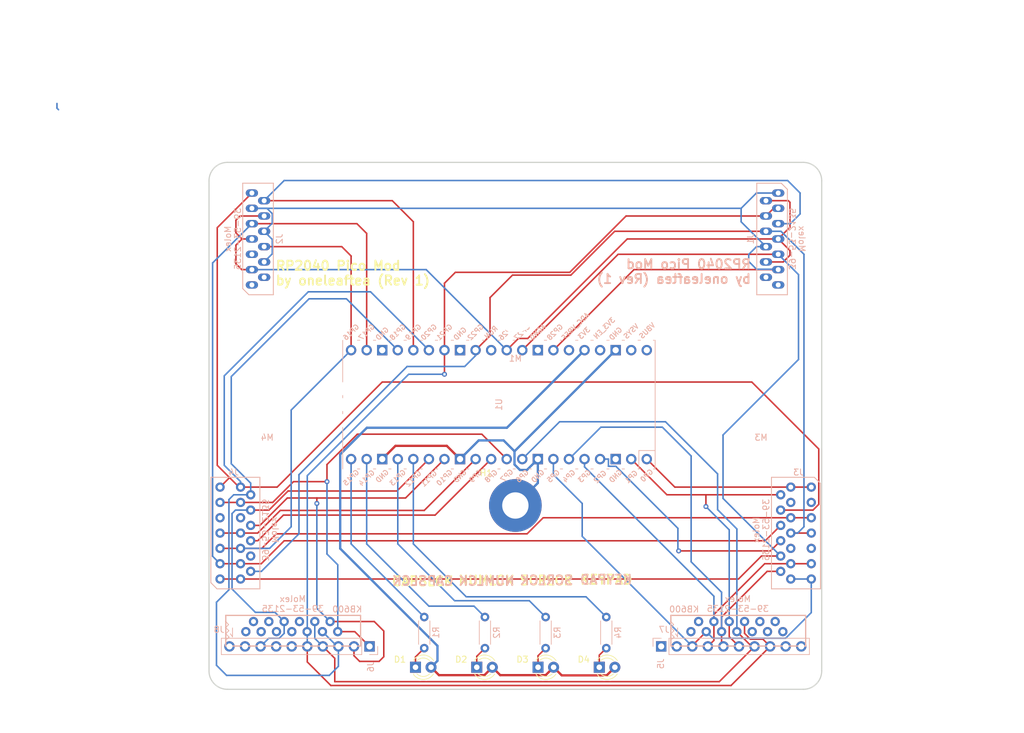
<source format=kicad_pcb>
(kicad_pcb (version 20241229) (generator "pcbnew") (generator_version "9.0")
  (layers (0 "F.Cu" signal) (2 "B.Cu" signal) (13 "F.Paste" user) (15 "B.Paste" user) (5 "F.SilkS" user "F.Silkscreen") (7 "B.SilkS" user "B.Silkscreen") (1 "F.Mask" user) (3 "B.Mask" user) (25 "Edge.Cuts" user))
  (net 0 "")
  (net 1 "Net-(D1-K)")
  (net 2 "/3V3")
  (net 3 "Net-(D2-K)")
  (net 4 "Net-(D3-K)")
  (net 5 "Net-(D4-K)")
  (net 8 "/ROW_F1")
  (net 9 "/ROW_F2")
  (net 10 "/COL_4")
  (net 11 "/COL_3")
  (net 12 "/ROW_ESC")
  (net 13 "/COL_5")
  (net 14 "/COL_0")
  (net 15 "/COL_2")
  (net 16 "/COL_1")
  (net 20 "/ROW_6")
  (net 21 "/ROW_8")
  (net 22 "/ROW_7")
  (net 24 "/ROW_MIN")
  (net 26 "/ROW_9")
  (net 27 "/ROW_0")
  (net 28 "/ROW_5")
  (net 29 "/ROW_4")
  (net 30 "/ROW_3")
  (net 32 "/ROW_2")
  (net 33 "/ROW_1")
  (net 34 "/ROW_EQL")
  (net 38 "/COL_6")
  (net 42 "GND")
  (net 46 "/LED_CAPS_LOCK")
  (net 47 "/LED_NUM_LOCK")
  (net 48 "/LED_SCROLL_LOCK")
  (net 49 "/LED_KEYPAD")
  (footprint "LED_THT:LED_D3.0mm" (layer "F.Cu") (at 133.7 132.4)
    (property "Reference" "D1")
    (property "Value" "LED_ALT")
  )
  (footprint "LED_THT:LED_D3.0mm" (layer "F.Cu") (at 143.7 132.4)
    (property "Reference" "D2")
    (property "Value" "LED_ALT")
  )
  (footprint "LED_THT:LED_D3.0mm" (layer "F.Cu") (at 153.7 132.4)
    (property "Reference" "D3")
    (property "Value" "LED_ALT")
  )
  (footprint "LED_THT:LED_D3.0mm" (layer "F.Cu") (at 163.7 132.4)
    (property "Reference" "D4")
    (property "Value" "LED_ALT")
  )
  (footprint "MountingHole:MountingHole_4.3mm_M4_Pad" (layer "F.Cu") (at 150 106)
    (property "Reference" "H1")
    (property "Value" "mounting pad")
  )
  (footprint "kinesisMod_board_connectors:Molex_0039532135" (layer "B.Cu") (at 191.9 62.5 -90)
    (property "Reference" "J1")
    (property "Value" "Conn_01x13")
  )
  (footprint "kinesisMod_board_connectors:Molex_0039532135" (layer "B.Cu") (at 108 62.5 90)
    (property "Reference" "J2")
    (property "Value" "Conn_01x13")
  )
  (footprint "kinesisMod_board_connectors:Molex_039532134" (layer "B.Cu") (at 195.8 110.5 -90)
    (property "Reference" "J3")
    (property "Value" "Conn_01x13")
  )
  (footprint "kinesisMod_board_connectors:Molex_039532134" (layer "B.Cu") (at 104.3 110.5 90)
    (property "Reference" "J4")
    (property "Value" "Conn_01x13")
  )
  (footprint "Pin_Headers:Pin_Header_Straight_1x10_Pitch2.54mm" (layer "B.Cu") (at 173.8 129 -90)
    (property "Reference" "J5" (hide yes))
    (property "Value" "Conn_01x10")
  )
  (footprint "Pin_Headers:Pin_Header_Straight_1x10_Pitch2.54mm" (layer "B.Cu") (at 126.2 129 90)
    (property "Reference" "J6")
    (property "Value" "Conn_01x10")
  )
  (footprint "Kinesis_Custom:Kinesis_Locating_6.5mm" (layer "B.Cu") (at 150 74.5)
    (property "Reference" "M1")
    (property "Value" "MountingHole")
  )
  (footprint "Kinesis_Custom:Kinesis_Notch" (layer "B.Cu") (at 109.7 97.6)
    (property "Reference" "M4")
    (property "Value" "MountingHole")
  )
  (footprint "Kinesis_Custom:Kinesis_Notch" (layer "B.Cu") (at 190.3 97.6)
    (property "Reference" "M3")
    (property "Value" "MountingHole")
  )
  (footprint "Resistor_THT:R_Axial_DIN0204_L3.6mm_D1.6mm_P5.08mm_Horizontal" (layer "B.Cu") (at 154.94 129.286 90)
    (property "Reference" "R3")
    (property "Value" "R_US")
  )
  (footprint "kinesisMod_board_connectors:Molex_039532135_Squished" (layer "B.Cu") (at 186.157 126.59)
    (property "Reference" "J7")
    (property "Value" "Conn_01x13" (hide yes))
  )
  (footprint "kinesisMod_board_connectors:Molex_039532135_Squished" (layer "B.Cu") (at 113.513 126.59)
    (property "Reference" "J8")
    (property "Value" "Conn_01x13" (hide yes))
  )
  (footprint "Resistor_THT:R_Axial_DIN0204_L3.6mm_D1.6mm_P5.08mm_Horizontal" (layer "B.Cu") (at 145.034 129.286 90)
    (property "Reference" "R2")
    (property "Value" "R_US")
  )
  (footprint "MCU_RP2040_Pico:RPi_Pico_TH" (layer "B.Cu") (at 147.32 89.535 90)
    (property "Reference" "U1")
    (property "Value" "RP2040 Pico")
  )
  (footprint "Resistor_THT:R_Axial_DIN0204_L3.6mm_D1.6mm_P5.08mm_Horizontal" (layer "B.Cu") (at 135.128 129.286 90)
    (property "Reference" "R1")
    (property "Value" "R_US")
  )
  (footprint "Resistor_THT:R_Axial_DIN0204_L3.6mm_D1.6mm_P5.08mm_Horizontal" (layer "B.Cu") (at 164.84 129.286 90)
    (property "Reference" "R4")
    (property "Value" "R_US")
  )
  (gr_arc (start 103 136) (mid 100.87868 135.12132) (end 100 133) (stroke (width 0.2)) (layer "Edge.Cuts"))
  (gr_arc (start 197 50) (mid 199.12132 50.87868) (end 200 53) (stroke (width 0.2)) (layer "Edge.Cuts"))
  (gr_arc (start 200 133) (mid 199.12132 135.12132) (end 197 136) (stroke (width 0.2)) (layer "Edge.Cuts"))
  (gr_arc (start 100 53) (mid 100.87868 50.87868) (end 103 50) (stroke (width 0.2)) (layer "Edge.Cuts"))
  (gr_line (start 103 136) (end 197 136) (stroke (width 0.2)) (layer "Edge.Cuts"))
  (gr_line (start 197 50) (end 103 50) (stroke (width 0.2)) (layer "Edge.Cuts"))
  (gr_line (start 200 133) (end 200 53) (stroke (width 0.2)) (layer "Edge.Cuts"))
  (gr_line (start 100 133) (end 100 53) (stroke (width 0.2)) (layer "Edge.Cuts"))
  (gr_text "RP2040 Pico Mod\nby oneleaftea (Rev 1)" (at 110.744 68.072 0) (layer "F.SilkS") (effects (font (size 1.5 1.5) (thickness 0.3)) (justify left)))
  (gr_text "CAPSLCK" (at 134.874 118.364 0) (layer "F.SilkS") (effects (font (size 1.5 1.5) (thickness 0.3))))
  (gr_text "KEYPAD" (at 164.846 118.11 0) (layer "F.SilkS") (effects (font (size 1.5 1.5) (thickness 0.3))))
  (gr_text "SCRLCK" (at 155.067 118.237 0) (layer "F.SilkS") (effects (font (size 1.5 1.5) (thickness 0.3))))
  (gr_text "NUMLCK" (at 145.288 118.237 0) (layer "F.SilkS") (effects (font (size 1.5 1.5) (thickness 0.3))))
  (gr_text "Molex\n39-53-2135" (at 190.119 109.982 90) (layer "B.SilkS") (effects (font (size 1 1)) (justify mirror)))
  (gr_text "KB600" (at 177.546 122.936 0) (layer "B.SilkS") (effects (font (size 1 1)) (justify mirror)))
  (gr_text "Molex\n39-53-2135" (at 103.886 62.484 90) (layer "B.SilkS") (effects (font (size 1 1)) (justify mirror)))
  (gr_text "NUMLCK" (at 145.3 118.31 0) (layer "B.SilkS") (effects (font (size 1.5 1.5) (thickness 0.3)) (justify mirror)))
  (gr_text "Molex\n39-53-2135" (at 113.665 122.047 0) (layer "B.SilkS") (effects (font (size 1 1)) (justify mirror)))
  (gr_text "Molex\n39-53-2135" (at 186.309 122.047 0) (layer "B.SilkS") (effects (font (size 1 1)) (justify mirror)))
  (gr_text "KEYPAD" (at 164.8 118.11 0) (layer "B.SilkS") (effects (font (size 1.5 1.5) (thickness 0.3)) (justify mirror)))
  (gr_text "RP2040 Pico Mod\nby oneleaftea (Rev 1)" (at 188.6 67.818 0) (layer "B.SilkS") (effects (font (size 1.5 1.5) (thickness 0.3)) (justify left mirror)))
  (gr_text "Molex\n39-53-2135" (at 109.982 109.982 270) (layer "B.SilkS") (effects (font (size 1 1)) (justify mirror)))
  (gr_text "KB600" (at 122.555 122.936 0) (layer "B.SilkS") (effects (font (size 1 1)) (justify mirror)))
  (gr_text "Molex\n39-53-2135" (at 195.961 62.484 270) (layer "B.SilkS") (effects (font (size 1 1)) (justify mirror)))
  (gr_text "CAPSLCK" (at 134.9 118.31 0) (layer "B.SilkS") (effects (font (size 1.5 1.5) (thickness 0.3)) (justify mirror)))
  (gr_text "SCRLCK" (at 155.1 118.21 0) (layer "B.SilkS") (effects (font (size 1.5 1.5) (thickness 0.3)) (justify mirror)))
  (segment (start 75.184 41.148) (end 75.438 41.402) (width 0.25) (layer "B.Cu") (net 0))
  (segment (start 75.184 40.386) (end 75.184 41.148) (width 0.25) (layer "B.Cu") (net 0))
  (segment (start 133.7 132.4) (end 133.7 130.714) (width 0.25) (layer "F.Cu") (net 1))
  (segment (start 133.7 130.714) (end 135.128 129.286) (width 0.25) (layer "F.Cu") (net 1))
  (segment (start 166.24 132.4) (end 164.9145 133.7255) (width 0.375) (layer "F.Cu") (net 2))
  (segment (start 157.5655 133.7255) (end 156.24 132.4) (width 0.375) (layer "F.Cu") (net 2))
  (segment (start 154.9515 133.6885) (end 156.24 132.4) (width 0.375) (layer "F.Cu") (net 2))
  (segment (start 146.24 132.4) (end 144.9515 133.6885) (width 0.375) (layer "F.Cu") (net 2))
  (segment (start 137.5285 133.6885) (end 136.24 132.4) (width 0.375) (layer "F.Cu") (net 2))
  (segment (start 144.9515 133.6885) (end 137.5285 133.6885) (width 0.375) (layer "F.Cu") (net 2))
  (segment (start 147.5285 133.6885) (end 154.9515 133.6885) (width 0.375) (layer "F.Cu") (net 2))
  (segment (start 146.24 132.4) (end 147.5285 133.6885) (width 0.375) (layer "F.Cu") (net 2))
  (segment (start 164.9145 133.7255) (end 157.5655 133.7255) (width 0.375) (layer "F.Cu") (net 2))
  (segment (start 137.287 128.905) (end 121.412 113.03) (width 0.375) (layer "B.Cu") (net 2))
  (segment (start 125.7615 93.3135) (end 148.6215 93.3135) (width 0.375) (layer "B.Cu") (net 2))
  (segment (start 121.412 97.663) (end 125.7615 93.3135) (width 0.375) (layer "B.Cu") (net 2))
  (segment (start 137.287 131.353) (end 137.287 128.905) (width 0.375) (layer "B.Cu") (net 2))
  (segment (start 136.24 132.4) (end 137.287 131.353) (width 0.375) (layer "B.Cu") (net 2))
  (segment (start 121.412 113.03) (end 121.412 97.663) (width 0.375) (layer "B.Cu") (net 2))
  (segment (start 148.6215 93.3135) (end 161.29 80.645) (width 0.375) (layer "B.Cu") (net 2))
  (segment (start 143.7 132.4) (end 143.7 130.62) (width 0.25) (layer "F.Cu") (net 3))
  (segment (start 143.7 130.62) (end 145.034 129.286) (width 0.25) (layer "F.Cu") (net 3))
  (segment (start 153.7 132.4) (end 153.7 130.526) (width 0.25) (layer "F.Cu") (net 4))
  (segment (start 153.7 130.526) (end 154.94 129.286) (width 0.25) (layer "F.Cu") (net 4))
  (segment (start 163.7 130.426) (end 164.84 129.286) (width 0.25) (layer "F.Cu") (net 5))
  (segment (start 163.7 132.4) (end 163.7 130.426) (width 0.25) (layer "F.Cu") (net 5))
  (segment (start 156.21 80.645) (end 169.355 67.5) (width 0.25) (layer "F.Cu") (net 8))
  (segment (start 169.355 67.5) (end 192.9 67.5) (width 0.25) (layer "F.Cu") (net 8))
  (segment (start 186.848 57.5) (end 189.357 54.991) (width 0.25) (layer "B.Cu") (net 8))
  (segment (start 188.087 65.024) (end 189.361 63.75) (width 0.25) (layer "B.Cu") (net 8))
  (segment (start 189.357 54.991) (end 189.366 55) (width 0.25) (layer "B.Cu") (net 8))
  (segment (start 110.326 62.576) (end 110.326 64.924) (width 0.25) (layer "B.Cu") (net 8))
  (segment (start 189.357 67.437) (end 188.087 66.167) (width 0.25) (layer "B.Cu") (net 8))
  (segment (start 192.837 67.437) (end 189.357 67.437) (width 0.25) (layer "B.Cu") (net 8))
  (segment (start 110.326 59.924) (end 109 61.25) (width 0.25) (layer "B.Cu") (net 8))
  (segment (start 186.848 57.5) (end 186.848 59.698) (width 0.25) (layer "B.Cu") (net 8))
  (segment (start 188.087 66.167) (end 188.087 65.024) (width 0.25) (layer "B.Cu") (net 8))
  (segment (start 186.848 59.698) (end 190.9 63.75) (width 0.25) (layer "B.Cu") (net 8))
  (segment (start 192.9 67.5) (end 192.837 67.437) (width 0.25) (layer "B.Cu") (net 8))
  (segment (start 189.361 63.75) (end 190.9 63.75) (width 0.25) (layer "B.Cu") (net 8))
  (segment (start 110.326 64.924) (end 109 66.25) (width 0.25) (layer "B.Cu") (net 8))
  (segment (start 107 57.5) (end 186.848 57.5) (width 0.25) (layer "B.Cu") (net 8))
  (segment (start 109.459562 57.5) (end 110.326 58.366438) (width 0.25) (layer "B.Cu") (net 8))
  (segment (start 109 61.25) (end 110.326 62.576) (width 0.25) (layer "B.Cu") (net 8))
  (segment (start 107 57.5) (end 109.459562 57.5) (width 0.25) (layer "B.Cu") (net 8))
  (segment (start 189.366 55) (end 192.9 55) (width 0.25) (layer "B.Cu") (net 8))
  (segment (start 110.326 58.366438) (end 110.326 59.924) (width 0.25) (layer "B.Cu") (net 8))
  (segment (start 107 62.5) (end 105.394 62.5) (width 0.25) (layer "F.Cu") (net 9))
  (segment (start 190.9 56.25) (end 194.553 56.25) (width 0.25) (layer "F.Cu") (net 9))
  (segment (start 105.394 62.5) (end 104.394 63.5) (width 0.25) (layer "F.Cu") (net 9))
  (segment (start 168.259 62.5) (end 152.019 78.74) (width 0.25) (layer "F.Cu") (net 9))
  (segment (start 194.818 64.389) (end 194.818 65.151) (width 0.25) (layer "F.Cu") (net 9))
  (segment (start 104.394 61.5) (end 105.394 62.5) (width 0.25) (layer "F.Cu") (net 9))
  (segment (start 150.495 78.74) (end 148.59 80.645) (width 0.25) (layer "F.Cu") (net 9))
  (segment (start 104.394 63.5) (end 104.394 66.548) (width 0.25) (layer "F.Cu") (net 9))
  (segment (start 192.9 62.5) (end 192.929 62.5) (width 0.25) (layer "F.Cu") (net 9))
  (segment (start 104.394 66.548) (end 105.346 67.5) (width 0.25) (layer "F.Cu") (net 9))
  (segment (start 105.346 67.5) (end 107 67.5) (width 0.25) (layer "F.Cu") (net 9))
  (segment (start 194.553 56.25) (end 194.818 56.515) (width 0.25) (layer "F.Cu") (net 9))
  (segment (start 105.08 58.75) (end 104.394 59.436) (width 0.25) (layer "F.Cu") (net 9))
  (segment (start 192.929 62.5) (end 194.818 64.389) (width 0.25) (layer "F.Cu") (net 9))
  (segment (start 152.019 78.74) (end 150.495 78.74) (width 0.25) (layer "F.Cu") (net 9))
  (segment (start 194.818 56.515) (end 194.818 60.582) (width 0.25) (layer "F.Cu") (net 9))
  (segment (start 194.818 60.582) (end 192.9 62.5) (width 0.25) (layer "F.Cu") (net 9))
  (segment (start 104.394 59.436) (end 104.394 61.5) (width 0.25) (layer "F.Cu") (net 9))
  (segment (start 194.818 65.151) (end 193.719 66.25) (width 0.25) (layer "F.Cu") (net 9))
  (segment (start 193.719 66.25) (end 190.9 66.25) (width 0.25) (layer "F.Cu") (net 9))
  (segment (start 109 58.75) (end 105.08 58.75) (width 0.25) (layer "F.Cu") (net 9))
  (segment (start 192.9 62.5) (end 168.259 62.5) (width 0.25) (layer "F.Cu") (net 9))
  (segment (start 148.59 80.645) (end 135.445 67.5) (width 0.25) (layer "B.Cu") (net 9))
  (segment (start 135.445 67.5) (end 107 67.5) (width 0.25) (layer "B.Cu") (net 9))
  (segment (start 192.9 65) (end 193.397 65) (width 0.25) (layer "F.Cu") (net 10))
  (segment (start 151.13 80.645) (end 166.775 65) (width 0.25) (layer "F.Cu") (net 10))
  (segment (start 186.419 118) (end 190.169 114.25) (width 0.25) (layer "F.Cu") (net 10))
  (segment (start 105.15 118) (end 101.8 118) (width 0.25) (layer "F.Cu") (net 10))
  (segment (start 190.169 114.25) (end 193.3 114.25) (width 0.25) (layer "F.Cu") (net 10))
  (segment (start 166.775 65) (end 192.9 65) (width 0.25) (layer "F.Cu") (net 10))
  (segment (start 105.15 118) (end 186.419 118) (width 0.25) (layer "F.Cu") (net 10))
  (segment (start 192.9 65) (end 196.215 68.315) (width 0.25) (layer "B.Cu") (net 10))
  (segment (start 196.215 82.169) (end 183.896 94.488) (width 0.25) (layer "B.Cu") (net 10))
  (segment (start 183.896 104.846) (end 193.3 114.25) (width 0.25) (layer "B.Cu") (net 10))
  (segment (start 183.896 94.488) (end 183.896 104.846) (width 0.25) (layer "B.Cu") (net 10))
  (segment (start 196.215 68.315) (end 196.215 82.169) (width 0.25) (layer "B.Cu") (net 10))
  (segment (start 194.95 110.5) (end 198.3 110.5) (width 0.25) (layer "F.Cu") (net 11))
  (segment (start 166.20981 61.25) (end 159.06381 68.396) (width 0.25) (layer "F.Cu") (net 11))
  (segment (start 190.9 61.25) (end 166.20981 61.25) (width 0.25) (layer "F.Cu") (net 11))
  (segment (start 149.536 68.396) (end 145.866 72.066) (width 0.25) (layer "F.Cu") (net 11))
  (segment (start 145.866 78.289) (end 143.51 80.645) (width 0.25) (layer "F.Cu") (net 11))
  (segment (start 159.06381 68.396) (end 149.536 68.396) (width 0.25) (layer "F.Cu") (net 11))
  (segment (start 145.866 72.066) (end 145.866 78.289) (width 0.25) (layer "F.Cu") (net 11))
  (segment (start 190.9 61.25) (end 193.359562 61.25) (width 0.25) (layer "B.Cu") (net 11))
  (segment (start 108.55081 116.75) (end 114.681 110.61981) (width 0.25) (layer "B.Cu") (net 11))
  (segment (start 106.8 116.75) (end 108.55081 116.75) (width 0.25) (layer "B.Cu") (net 11))
  (segment (start 197.104 64.994438) (end 197.104 109.474) (width 0.25) (layer "B.Cu") (net 11))
  (segment (start 114.681 110.61981) (end 114.681 100.965) (width 0.25) (layer "B.Cu") (net 11))
  (segment (start 114.681 100.965) (end 132.334 83.312) (width 0.25) (layer "B.Cu") (net 11))
  (segment (start 132.334 83.312) (end 141.732 83.312) (width 0.25) (layer "B.Cu") (net 11))
  (segment (start 143.51 81.534) (end 143.51 80.645) (width 0.25) (layer "B.Cu") (net 11))
  (segment (start 197.104 109.474) (end 196.078 110.5) (width 0.25) (layer "B.Cu") (net 11))
  (segment (start 141.732 83.312) (end 143.51 81.534) (width 0.25) (layer "B.Cu") (net 11))
  (segment (start 196.078 110.5) (end 194.95 110.5) (width 0.25) (layer "B.Cu") (net 11))
  (segment (start 193.359562 61.25) (end 197.104 64.994438) (width 0.25) (layer "B.Cu") (net 11))
  (segment (start 129.91 56.25) (end 109 56.25) (width 0.25) (layer "F.Cu") (net 12))
  (segment (start 133.35 80.645) (end 133.35 59.69) (width 0.25) (layer "F.Cu") (net 12))
  (segment (start 133.35 59.69) (end 129.91 56.25) (width 0.25) (layer "F.Cu") (net 12))
  (segment (start 192.9 60) (end 194.889 60) (width 0.25) (layer "B.Cu") (net 12))
  (segment (start 112.268 52.959) (end 109 56.227) (width 0.25) (layer "B.Cu") (net 12))
  (segment (start 109 56.227) (end 109 56.25) (width 0.25) (layer "B.Cu") (net 12))
  (segment (start 196.469 54.991) (end 194.437 52.959) (width 0.25) (layer "B.Cu") (net 12))
  (segment (start 194.889 60) (end 196.469 58.42) (width 0.25) (layer "B.Cu") (net 12))
  (segment (start 194.437 52.959) (end 112.268 52.959) (width 0.25) (layer "B.Cu") (net 12))
  (segment (start 196.469 58.42) (end 196.469 54.991) (width 0.25) (layer "B.Cu") (net 12))
  (segment (start 190.404 127.824) (end 191.58 129) (width 0.25) (layer "F.Cu") (net 13))
  (segment (start 192.15 57.5) (end 190.9 58.75) (width 0.25) (layer "F.Cu") (net 13))
  (segment (start 190.9 58.75) (end 168.072 58.75) (width 0.25) (layer "F.Cu") (net 13))
  (segment (start 192.9 57.5) (end 192.15 57.5) (width 0.25) (layer "F.Cu") (net 13))
  (segment (start 187.407 124.94) (end 187.407 126.869614) (width 0.25) (layer "F.Cu") (net 13))
  (segment (start 191.58 129) (end 185.198 135.382) (width 0.25) (layer "F.Cu") (net 13))
  (segment (start 138.43 80.645) (end 138.43 84.582) (width 0.25) (layer "F.Cu") (net 13))
  (segment (start 158.877 67.945) (end 140.208 67.945) (width 0.25) (layer "F.Cu") (net 13))
  (segment (start 187.407 126.869614) (end 188.361386 127.824) (width 0.25) (layer "F.Cu") (net 13))
  (segment (start 119.888 135.382) (end 116.04 131.534) (width 0.25) (layer "F.Cu") (net 13))
  (segment (start 185.198 135.382) (end 119.888 135.382) (width 0.25) (layer "F.Cu") (net 13))
  (segment (start 140.208 67.945) (end 138.43 69.723) (width 0.25) (layer "F.Cu") (net 13))
  (segment (start 168.072 58.75) (end 158.877 67.945) (width 0.25) (layer "F.Cu") (net 13))
  (segment (start 116.04 131.534) (end 116.04 129) (width 0.25) (layer "F.Cu") (net 13))
  (segment (start 188.361386 127.824) (end 190.404 127.824) (width 0.25) (layer "F.Cu") (net 13))
  (segment (start 138.43 69.723) (end 138.43 80.645) (width 0.25) (layer "F.Cu") (net 13))
  (via (at 138.43 84.582) (size 0.8) (drill 0.4) (layers "F.Cu" "B.Cu") (net 13))
  (segment (start 116.04 126.617) (end 116.013 126.59) (width 0.25) (layer "B.Cu") (net 13))
  (segment (start 132.588 84.582) (end 116.04 101.13) (width 0.25) (layer "B.Cu") (net 13))
  (segment (start 138.43 84.582) (end 132.588 84.582) (width 0.25) (layer "B.Cu") (net 13))
  (segment (start 116.04 101.13) (end 116.04 129) (width 0.25) (layer "B.Cu") (net 13))
  (segment (start 105.15 103) (end 111.122 103) (width 0.25) (layer "F.Cu") (net 14))
  (segment (start 105.15 103) (end 104.905 103) (width 0.25) (layer "F.Cu") (net 14))
  (segment (start 101.346 99.441) (end 103.3525 101.4475) (width 0.25) (layer "F.Cu") (net 14))
  (segment (start 107 55) (end 101.346 60.654) (width 0.25) (layer "F.Cu") (net 14))
  (segment (start 199.517 105.812614) (end 198.579614 106.75) (width 0.25) (layer "F.Cu") (net 14))
  (segment (start 103.3525 101.4475) (end 101.8 103) (width 0.25) (layer "F.Cu") (net 14))
  (segment (start 198.579614 106.75) (end 193.3 106.75) (width 0.25) (layer "F.Cu") (net 14))
  (segment (start 199.517 96.774) (end 199.517 105.812614) (width 0.25) (layer "F.Cu") (net 14))
  (segment (start 111.122 103) (end 128.27 85.852) (width 0.25) (layer "F.Cu") (net 14))
  (segment (start 128.27 85.852) (end 188.595 85.852) (width 0.25) (layer "F.Cu") (net 14))
  (segment (start 101.346 60.654) (end 101.346 99.441) (width 0.25) (layer "F.Cu") (net 14))
  (segment (start 188.595 85.852) (end 199.517 96.774) (width 0.25) (layer "F.Cu") (net 14))
  (segment (start 104.905 103) (end 103.3525 101.4475) (width 0.25) (layer "F.Cu") (net 14))
  (segment (start 126.365 71.12) (end 116.205 71.12) (width 0.25) (layer "B.Cu") (net 14))
  (segment (start 102.489 99.441) (end 105.15 102.102) (width 0.25) (layer "B.Cu") (net 14))
  (segment (start 105.15 102.102) (end 105.15 103) (width 0.25) (layer "B.Cu") (net 14))
  (segment (start 116.205 71.12) (end 102.489 84.836) (width 0.25) (layer "B.Cu") (net 14))
  (segment (start 102.489 84.836) (end 102.489 99.441) (width 0.25) (layer "B.Cu") (net 14))
  (segment (start 135.89 80.645) (end 126.365 71.12) (width 0.25) (layer "B.Cu") (net 14))
  (segment (start 101.8 115.5) (end 105.15 115.5) (width 0.25) (layer "F.Cu") (net 15))
  (segment (start 193.3 109.25) (end 190.79 111.76) (width 0.25) (layer "F.Cu") (net 15))
  (segment (start 124.135 60) (end 125.73 61.595) (width 0.25) (layer "F.Cu") (net 15))
  (segment (start 107 60) (end 124.135 60) (width 0.25) (layer "F.Cu") (net 15))
  (segment (start 125.73 61.595) (end 125.73 80.645) (width 0.25) (layer "F.Cu") (net 15))
  (segment (start 190.79 111.76) (end 112.268 111.76) (width 0.25) (layer "F.Cu") (net 15))
  (segment (start 108.528 115.5) (end 105.15 115.5) (width 0.25) (layer "F.Cu") (net 15))
  (segment (start 112.268 111.76) (end 108.528 115.5) (width 0.25) (layer "F.Cu") (net 15))
  (segment (start 100.584 114.284) (end 101.8 115.5) (width 0.25) (layer "B.Cu") (net 15))
  (segment (start 100.584 66.416) (end 100.584 114.284) (width 0.25) (layer "B.Cu") (net 15))
  (segment (start 107 60) (end 100.584 66.416) (width 0.25) (layer "B.Cu") (net 15))
  (segment (start 121.662 63.75) (end 123.19 65.278) (width 0.25) (layer "F.Cu") (net 16))
  (segment (start 105.15 113) (end 108.615 113) (width 0.25) (layer "F.Cu") (net 16))
  (segment (start 194.95 108) (end 198.3 108) (width 0.25) (layer "F.Cu") (net 16))
  (segment (start 105.15 113) (end 101.8 113) (width 0.25) (layer "F.Cu") (net 16))
  (segment (start 154.542152 108) (end 151.916152 110.626) (width 0.25) (layer "F.Cu") (net 16))
  (segment (start 110.989 110.626) (end 108.615 113) (width 0.25) (layer "F.Cu") (net 16))
  (segment (start 151.916152 110.626) (end 110.989 110.626) (width 0.25) (layer "F.Cu") (net 16))
  (segment (start 194.95 108) (end 154.542152 108) (width 0.25) (layer "F.Cu") (net 16))
  (segment (start 123.19 65.278) (end 123.19 80.645) (width 0.25) (layer "F.Cu") (net 16))
  (segment (start 109 63.75) (end 121.662 63.75) (width 0.25) (layer "F.Cu") (net 16))
  (segment (start 109.885 113) (end 105.15 113) (width 0.25) (layer "B.Cu") (net 16))
  (segment (start 113.411 109.474) (end 109.885 113) (width 0.25) (layer "B.Cu") (net 16))
  (segment (start 123.19 80.645) (end 113.411 90.424) (width 0.25) (layer "B.Cu") (net 16))
  (segment (start 113.411 90.424) (end 113.411 109.474) (width 0.25) (layer "B.Cu") (net 16))
  (segment (start 178.88 128.867) (end 178.88 129) (width 0.25) (layer "F.Cu") (net 20))
  (segment (start 181.157 126.59) (end 178.88 128.867) (width 0.25) (layer "F.Cu") (net 20))
  (segment (start 194.105014 127.6716) (end 182.2386 127.6716) (width 0.25) (layer "B.Cu") (net 20))
  (segment (start 160.909 111.029) (end 160.909 105.664) (width 0.25) (layer "B.Cu") (net 20))
  (segment (start 178.88 129) (end 160.909 111.029) (width 0.25) (layer "B.Cu") (net 20))
  (segment (start 198.3 123.476614) (end 194.105014 127.6716) (width 0.25) (layer "B.Cu") (net 20))
  (segment (start 182.2386 127.6716) (end 181.157 126.59) (width 0.25) (layer "B.Cu") (net 20))
  (segment (start 194.95 118) (end 198.3 118) (width 0.25) (layer "B.Cu") (net 20))
  (segment (start 198.3 118) (end 198.3 123.476614) (width 0.25) (layer "B.Cu") (net 20))
  (segment (start 156.21 100.965) (end 156.21 98.425) (width 0.25) (layer "B.Cu") (net 20))
  (segment (start 160.909 105.664) (end 156.21 100.965) (width 0.25) (layer "B.Cu") (net 20))
  (segment (start 191.098 116.75) (end 183.657 124.191) (width 0.25) (layer "F.Cu") (net 21))
  (segment (start 193.3 116.75) (end 191.098 116.75) (width 0.25) (layer "F.Cu") (net 21))
  (segment (start 183.657 128.697) (end 183.657 126.59) (width 0.25) (layer "F.Cu") (net 21))
  (segment (start 183.96 129) (end 183.657 128.697) (width 0.25) (layer "F.Cu") (net 21))
  (segment (start 183.657 124.191) (end 183.657 126.59) (width 0.25) (layer "F.Cu") (net 21))
  (segment (start 178.689 97.917) (end 173.99 93.218) (width 0.25) (layer "B.Cu") (net 21))
  (segment (start 173.99 93.218) (end 163.957 93.218) (width 0.25) (layer "B.Cu") (net 21))
  (segment (start 183.657 126.59) (end 183.657 120.157) (width 0.25) (layer "B.Cu") (net 21))
  (segment (start 178.689 115.189) (end 178.689 97.917) (width 0.25) (layer "B.Cu") (net 21))
  (segment (start 163.957 93.218) (end 158.75 98.425) (width 0.25) (layer "B.Cu") (net 21))
  (segment (start 183.657 120.157) (end 178.689 115.189) (width 0.25) (layer "B.Cu") (net 21))
  (segment (start 181.42 129) (end 182.407 128.013) (width 0.25) (layer "F.Cu") (net 22))
  (segment (start 194.95 115.5) (end 190.697 115.5) (width 0.25) (layer "F.Cu") (net 22))
  (segment (start 182.407 128.013) (end 182.407 124.94) (width 0.25) (layer "F.Cu") (net 22))
  (segment (start 198.3 115.5) (end 194.95 115.5) (width 0.25) (layer "F.Cu") (net 22))
  (segment (start 182.407 123.79) (end 182.407 124.94) (width 0.25) (layer "F.Cu") (net 22))
  (segment (start 190.697 115.5) (end 182.407 123.79) (width 0.25) (layer "F.Cu") (net 22))
  (segment (start 161.29 98.425) (end 161.29 99.695) (width 0.25) (layer "B.Cu") (net 22))
  (segment (start 161.29 99.695) (end 182.407 120.812) (width 0.25) (layer "B.Cu") (net 22))
  (segment (start 182.407 120.812) (end 182.407 124.94) (width 0.25) (layer "B.Cu") (net 22))
  (segment (start 176.657 113.411) (end 191.639 113.411) (width 0.25) (layer "F.Cu") (net 24))
  (segment (start 191.639 113.411) (end 193.3 111.75) (width 0.25) (layer "F.Cu") (net 24))
  (via (at 176.657 113.411) (size 0.8) (drill 0.4) (layers "F.Cu" "B.Cu") (net 24))
  (segment (start 165.194 98.425) (end 163.83 98.425) (width 0.25) (layer "B.Cu") (net 24))
  (segment (start 165.194 99.601) (end 165.194 98.425) (width 0.25) (layer "B.Cu") (net 24))
  (segment (start 176.53 113.284) (end 176.53 109.728) (width 0.25) (layer "B.Cu") (net 24))
  (segment (start 176.53 109.728) (end 166.403 99.601) (width 0.25) (layer "B.Cu") (net 24))
  (segment (start 176.657 113.411) (end 176.53 113.284) (width 0.25) (layer "B.Cu") (net 24))
  (segment (start 166.403 99.601) (end 165.194 99.601) (width 0.25) (layer "B.Cu") (net 24))
  (segment (start 168.91 98.425) (end 174.735 104.25) (width 0.25) (layer "F.Cu") (net 26))
  (segment (start 174.735 104.25) (end 181.102 104.25) (width 0.25) (layer "F.Cu") (net 26))
  (segment (start 181.102 104.25) (end 193.3 104.25) (width 0.25) (layer "F.Cu") (net 26))
  (segment (start 186.5 129) (end 184.907 127.407) (width 0.25) (layer "F.Cu") (net 26))
  (segment (start 184.907 127.407) (end 184.907 124.94) (width 0.25) (layer "F.Cu") (net 26))
  (segment (start 181.102 106.172) (end 181.102 104.25) (width 0.25) (layer "F.Cu") (net 26))
  (via (at 181.102 106.172) (size 0.8) (drill 0.4) (layers "F.Cu" "B.Cu") (net 26))
  (segment (start 184.907 109.977) (end 181.102 106.172) (width 0.25) (layer "B.Cu") (net 26))
  (segment (start 184.907 124.94) (end 184.907 109.977) (width 0.25) (layer "B.Cu") (net 26))
  (segment (start 176.025 103) (end 194.95 103) (width 0.25) (layer "F.Cu") (net 27))
  (segment (start 171.45 98.425) (end 176.025 103) (width 0.25) (layer "F.Cu") (net 27))
  (segment (start 194.95 103) (end 198.3 103) (width 0.25) (layer "F.Cu") (net 27))
  (segment (start 103.251 119.761) (end 101.219 121.793) (width 0.25) (layer "B.Cu") (net 28))
  (segment (start 121.12 129) (end 120.923 129) (width 0.25) (layer "B.Cu") (net 28))
  (segment (start 119.634 133.731) (end 121.12 132.245) (width 0.25) (layer "B.Cu") (net 28))
  (segment (start 116.332 72.263) (end 122.428 72.263) (width 0.25) (layer "B.Cu") (net 28))
  (segment (start 101.219 121.793) (end 101.219 132.08) (width 0.25) (layer "B.Cu") (net 28))
  (segment (start 106.8 104.25) (end 104.03 104.25) (width 0.25) (layer "B.Cu") (net 28))
  (segment (start 102.87 133.731) (end 119.634 133.731) (width 0.25) (layer "B.Cu") (net 28))
  (segment (start 101.219 132.08) (end 102.87 133.731) (width 0.25) (layer "B.Cu") (net 28))
  (segment (start 103.632 99.187) (end 103.632 84.963) (width 0.25) (layer "B.Cu") (net 28))
  (segment (start 103.632 84.963) (end 116.332 72.263) (width 0.25) (layer "B.Cu") (net 28))
  (segment (start 104.03 104.25) (end 103.251 105.029) (width 0.25) (layer "B.Cu") (net 28))
  (segment (start 106.8 104.25) (end 106.8 102.355) (width 0.25) (layer "B.Cu") (net 28))
  (segment (start 122.428 72.263) (end 130.81 80.645) (width 0.25) (layer "B.Cu") (net 28))
  (segment (start 120.923 129) (end 118.513 126.59) (width 0.25) (layer "B.Cu") (net 28))
  (segment (start 106.8 102.355) (end 103.632 99.187) (width 0.25) (layer "B.Cu") (net 28))
  (segment (start 103.251 105.029) (end 103.251 119.761) (width 0.25) (layer "B.Cu") (net 28))
  (segment (start 121.12 132.245) (end 121.12 129) (width 0.25) (layer "B.Cu") (net 28))
  (segment (start 119.253 102.108) (end 119.253 99.314) (width 0.25) (layer "F.Cu") (net 29))
  (segment (start 113.78919 102.108) (end 110.39719 105.5) (width 0.25) (layer "F.Cu") (net 29))
  (segment (start 101.8 105.5) (end 105.15 105.5) (width 0.25) (layer "F.Cu") (net 29))
  (segment (start 144.526 94.361) (end 148.59 98.425) (width 0.25) (layer "F.Cu") (net 29))
  (segment (start 110.39719 105.5) (end 105.15 105.5) (width 0.25) (layer "F.Cu") (net 29))
  (segment (start 119.253 99.314) (end 124.206 94.361) (width 0.25) (layer "F.Cu") (net 29))
  (segment (start 119.253 102.108) (end 113.78919 102.108) (width 0.25) (layer "F.Cu") (net 29))
  (segment (start 126.2 129) (end 123.79 126.59) (width 0.25) (layer "F.Cu") (net 29))
  (segment (start 124.206 94.361) (end 144.526 94.361) (width 0.25) (layer "F.Cu") (net 29))
  (segment (start 123.79 126.59) (end 121.013 126.59) (width 0.25) (layer "F.Cu") (net 29))
  (via (at 119.253 102.108) (size 0.8) (drill 0.4) (layers "F.Cu" "B.Cu") (net 29))
  (segment (start 119.253 113.919) (end 121.013 115.679) (width 0.25) (layer "B.Cu") (net 29))
  (segment (start 121.013 115.679) (end 121.013 126.59) (width 0.25) (layer "B.Cu") (net 29))
  (segment (start 119.253 102.108) (end 119.253 113.919) (width 0.25) (layer "B.Cu") (net 29))
  (segment (start 130.683 103.632) (end 135.89 98.425) (width 0.25) (layer "F.Cu") (net 30))
  (segment (start 109.785 106.75) (end 112.903 103.632) (width 0.25) (layer "F.Cu") (net 30))
  (segment (start 106.8 106.75) (end 109.785 106.75) (width 0.25) (layer "F.Cu") (net 30))
  (segment (start 112.903 103.632) (end 130.683 103.632) (width 0.25) (layer "F.Cu") (net 30))
  (segment (start 103.759 107.315) (end 103.759 119.634) (width 0.25) (layer "B.Cu") (net 30))
  (segment (start 108.42 129) (end 109.7484 127.6716) (width 0.25) (layer "B.Cu") (net 30))
  (segment (start 109.7484 127.6716) (end 111.461014 127.6716) (width 0.25) (layer "B.Cu") (net 30))
  (segment (start 112.263 126.869614) (end 112.263 124.94) (width 0.25) (layer "B.Cu") (net 30))
  (segment (start 104.324 106.75) (end 103.759 107.315) (width 0.25) (layer "B.Cu") (net 30))
  (segment (start 111.461014 127.6716) (end 112.263 126.869614) (width 0.25) (layer "B.Cu") (net 30))
  (segment (start 106.8 106.75) (end 104.324 106.75) (width 0.25) (layer "B.Cu") (net 30))
  (segment (start 107.569 123.444) (end 110.767 123.444) (width 0.25) (layer "B.Cu") (net 30))
  (segment (start 103.759 119.634) (end 107.569 123.444) (width 0.25) (layer "B.Cu") (net 30))
  (segment (start 110.767 123.444) (end 112.263 124.94) (width 0.25) (layer "B.Cu") (net 30))
  (segment (start 117.602 104.775) (end 132.08 104.775) (width 0.25) (layer "F.Cu") (net 32))
  (segment (start 128.524 130.683) (end 128.524 126.492) (width 0.25) (layer "F.Cu") (net 32))
  (segment (start 117.602 105.664) (end 117.602 104.775) (width 0.25) (layer "F.Cu") (net 32))
  (segment (start 108.302821 109.25) (end 112.777821 104.775) (width 0.25) (layer "F.Cu") (net 32))
  (segment (start 128.524 126.492) (end 126.972 124.94) (width 0.25) (layer "F.Cu") (net 32))
  (segment (start 123.66 130.518) (end 124.587 131.445) (width 0.25) (layer "F.Cu") (net 32))
  (segment (start 123.66 129) (end 123.66 130.518) (width 0.25) (layer "F.Cu") (net 32))
  (segment (start 124.587 131.445) (end 127.762 131.445) (width 0.25) (layer "F.Cu") (net 32))
  (segment (start 127.762 131.445) (end 128.524 130.683) (width 0.25) (layer "F.Cu") (net 32))
  (segment (start 106.8 109.25) (end 108.302821 109.25) (width 0.25) (layer "F.Cu") (net 32))
  (segment (start 132.08 104.775) (end 138.43 98.425) (width 0.25) (layer "F.Cu") (net 32))
  (segment (start 126.972 124.94) (end 119.763 124.94) (width 0.25) (layer "F.Cu") (net 32))
  (segment (start 112.777821 104.775) (end 117.602 104.775) (width 0.25) (layer "F.Cu") (net 32))
  (via (at 117.602 105.664) (size 0.8) (drill 0.4) (layers "F.Cu" "B.Cu") (net 32))
  (segment (start 119.763 124.94) (end 117.602 122.779) (width 0.25) (layer "B.Cu") (net 32))
  (segment (start 117.602 122.779) (end 117.602 105.664) (width 0.25) (layer "B.Cu") (net 32))
  (segment (start 135.128 106.807) (end 143.51 98.425) (width 0.25) (layer "F.Cu") (net 33))
  (segment (start 101.8 110.5) (end 105.15 110.5) (width 0.25) (layer "F.Cu") (net 33))
  (segment (start 105.15 110.5) (end 107.939999 110.5) (width 0.25) (layer "F.Cu") (net 33))
  (segment (start 111.632999 106.807) (end 135.128 106.807) (width 0.25) (layer "F.Cu") (net 33))
  (segment (start 107.939999 110.5) (end 111.632999 106.807) (width 0.25) (layer "F.Cu") (net 33))
  (segment (start 136.906 107.569) (end 146.05 98.425) (width 0.25) (layer "F.Cu") (net 34))
  (segment (start 107.96 111.75) (end 112.141 107.569) (width 0.25) (layer "F.Cu") (net 34))
  (segment (start 112.141 107.569) (end 136.906 107.569) (width 0.25) (layer "F.Cu") (net 34))
  (segment (start 106.8 111.75) (end 107.96 111.75) (width 0.25) (layer "F.Cu") (net 34))
  (segment (start 189.04 129) (end 183.293 134.747) (width 0.25) (layer "F.Cu") (net 38))
  (segment (start 188.567 129) (end 189.04 129) (width 0.25) (layer "F.Cu") (net 38))
  (segment (start 120.523 130.943) (end 118.58 129) (width 0.25) (layer "F.Cu") (net 38))
  (segment (start 120.523 134.747) (end 120.523 130.943) (width 0.25) (layer "F.Cu") (net 38))
  (segment (start 183.293 134.747) (end 120.523 134.747) (width 0.25) (layer "F.Cu") (net 38))
  (segment (start 186.157 126.59) (end 188.567 129) (width 0.25) (layer "F.Cu") (net 38))
  (segment (start 174.498 92.329) (end 157.226 92.329) (width 0.25) (layer "B.Cu") (net 38))
  (segment (start 118.58 129) (end 117.263 127.683) (width 0.25) (layer "B.Cu") (net 38))
  (segment (start 186.157 109.83) (end 183.007 106.68) (width 0.25) (layer "B.Cu") (net 38))
  (segment (start 117.263 127.683) (end 117.263 124.94) (width 0.25) (layer "B.Cu") (net 38))
  (segment (start 183.007 100.838) (end 174.498 92.329) (width 0.25) (layer "B.Cu") (net 38))
  (segment (start 157.226 92.329) (end 151.13 98.425) (width 0.25) (layer "B.Cu") (net 38))
  (segment (start 183.007 106.68) (end 183.007 100.838) (width 0.25) (layer "B.Cu") (net 38))
  (segment (start 186.157 126.59) (end 186.157 109.83) (width 0.25) (layer "B.Cu") (net 38))
  (segment (start 130.429 96.266) (end 138.811 96.266) (width 0.375) (layer "F.Cu") (net 42))
  (segment (start 128.27 98.425) (end 130.429 96.266) (width 0.375) (layer "F.Cu") (net 42))
  (segment (start 138.811 96.266) (end 140.97 98.425) (width 0.375) (layer "F.Cu") (net 42))
  (segment (start 144.018 95.377) (end 148.082 95.377) (width 0.375) (layer "B.Cu") (net 42))
  (segment (start 153.67 102.33) (end 150 106) (width 0.375) (layer "B.Cu") (net 42))
  (segment (start 166.37 80.645) (end 149.86 97.155) (width 0.375) (layer "B.Cu") (net 42))
  (segment (start 153.67 98.425) (end 153.67 102.33) (width 0.375) (layer "B.Cu") (net 42))
  (segment (start 140.97 98.425) (end 144.018 95.377) (width 0.375) (layer "B.Cu") (net 42))
  (segment (start 149.86 97.155) (end 149.86 99.314) (width 0.375) (layer "B.Cu") (net 42))
  (segment (start 148.082 95.377) (end 149.86 97.155) (width 0.375) (layer "B.Cu") (net 42))
  (segment (start 149.86 99.314) (end 150.749 100.203) (width 0.375) (layer "B.Cu") (net 42))
  (segment (start 150.749 100.203) (end 151.892 100.203) (width 0.375) (layer "B.Cu") (net 42))
  (segment (start 151.892 100.203) (end 153.67 98.425) (width 0.375) (layer "B.Cu") (net 42))
  (segment (start 123.19 112.268) (end 123.19 98.425) (width 0.25) (layer "B.Cu") (net 46))
  (segment (start 135.128 124.206) (end 123.19 112.268) (width 0.25) (layer "B.Cu") (net 46))
  (segment (start 125.73 112.268) (end 125.73 98.425) (width 0.25) (layer "B.Cu") (net 47))
  (segment (start 135.89 122.428) (end 125.73 112.268) (width 0.25) (layer "B.Cu") (net 47))
  (segment (start 145.034 124.206) (end 143.256 122.428) (width 0.25) (layer "B.Cu") (net 47))
  (segment (start 143.256 122.428) (end 135.89 122.428) (width 0.25) (layer "B.Cu") (net 47))
  (segment (start 154.94 124.206) (end 152.273 121.539) (width 0.25) (layer "B.Cu") (net 48))
  (segment (start 140.081 121.539) (end 130.81 112.268) (width 0.25) (layer "B.Cu") (net 48))
  (segment (start 152.273 121.539) (end 140.081 121.539) (width 0.25) (layer "B.Cu") (net 48))
  (segment (start 130.81 112.268) (end 130.81 98.425) (width 0.25) (layer "B.Cu") (net 48))
  (segment (start 133.35 112.268) (end 133.35 98.425) (width 0.25) (layer "B.Cu") (net 49))
  (segment (start 141.986 120.904) (end 133.35 112.268) (width 0.25) (layer "B.Cu") (net 49))
  (segment (start 161.538 120.904) (end 141.986 120.904) (width 0.25) (layer "B.Cu") (net 49))
  (segment (start 164.84 124.206) (end 161.538 120.904) (width 0.25) (layer "B.Cu") (net 49))
)
</source>
